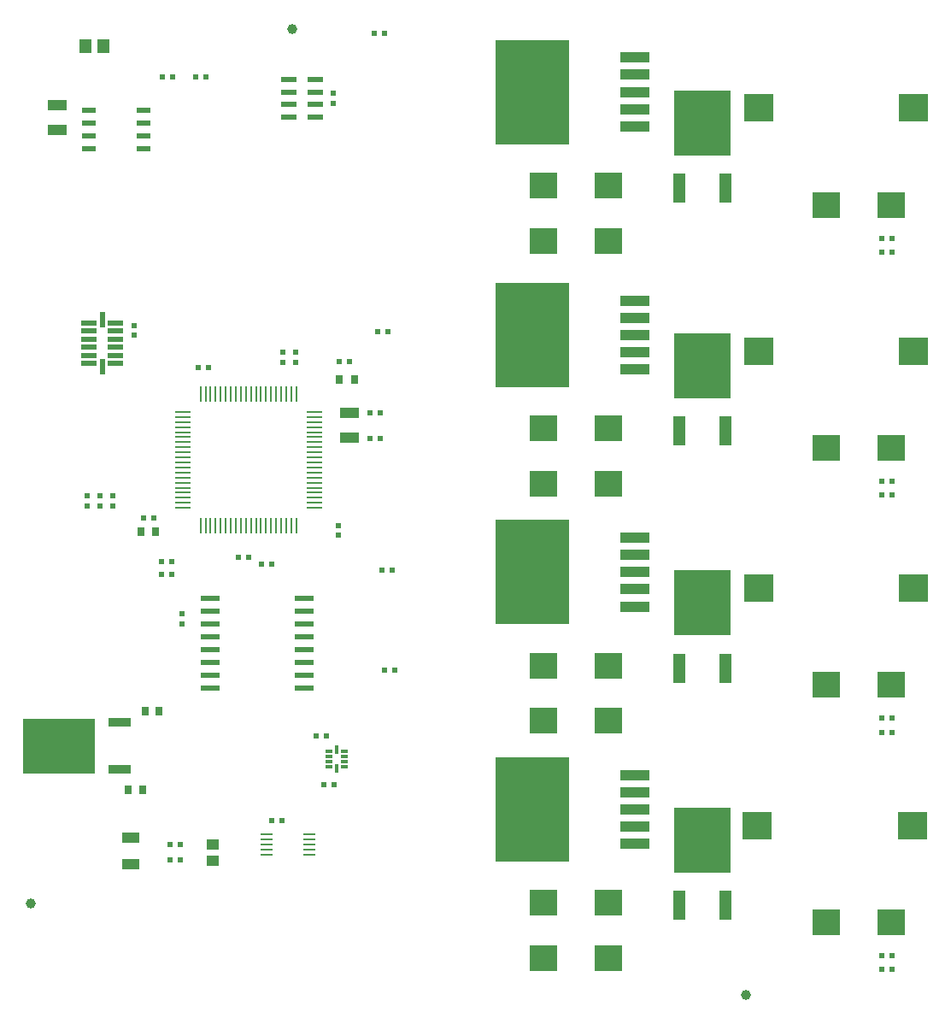
<source format=gtp>
G04*
G04 #@! TF.GenerationSoftware,Altium Limited,Altium Designer,21.1.1 (26)*
G04*
G04 Layer_Color=8421504*
%FSLAX25Y25*%
%MOIN*%
G70*
G04*
G04 #@! TF.SameCoordinates,3A0346AD-BFCD-4A31-9135-123305C2CB66*
G04*
G04*
G04 #@! TF.FilePolarity,Positive*
G04*
G01*
G75*
%ADD18R,0.06083X0.02165*%
%ADD19R,0.02165X0.06083*%
%ADD20R,0.01968X0.02362*%
%ADD21R,0.02362X0.01968*%
%ADD22R,0.01378X0.03268*%
%ADD23R,0.02874X0.01181*%
%ADD24R,0.10906X0.10039*%
%ADD25R,0.11221X0.04134*%
%ADD26R,0.28740X0.40748*%
%ADD27R,0.11500X0.11000*%
%ADD28R,0.21850X0.25197*%
%ADD29R,0.04921X0.11811*%
%ADD30R,0.07480X0.04331*%
%ADD31R,0.08661X0.03740*%
%ADD32R,0.28347X0.21260*%
%ADD33R,0.07284X0.02362*%
%ADD34R,0.05709X0.02362*%
%ADD35R,0.05906X0.02362*%
%ADD36R,0.04528X0.00984*%
%ADD37O,0.00984X0.06102*%
%ADD38O,0.06102X0.00984*%
%ADD39R,0.04724X0.05512*%
%ADD40R,0.02756X0.03543*%
%ADD41R,0.07087X0.04331*%
%ADD42C,0.03937*%
%ADD43R,0.03150X0.03543*%
%ADD44R,0.05118X0.03937*%
D18*
X48618Y253528D02*
D03*
Y256716D02*
D03*
Y259906D02*
D03*
Y263094D02*
D03*
Y266283D02*
D03*
Y269472D02*
D03*
X38382Y253528D02*
D03*
Y256716D02*
D03*
Y259906D02*
D03*
Y263094D02*
D03*
Y266283D02*
D03*
Y269472D02*
D03*
D19*
X43500Y252445D02*
D03*
Y270555D02*
D03*
D20*
X133500Y358968D02*
D03*
Y355031D02*
D03*
X135500Y186531D02*
D03*
Y190469D02*
D03*
X119000Y254031D02*
D03*
Y257968D02*
D03*
X47500Y201969D02*
D03*
Y198031D02*
D03*
X42500Y198000D02*
D03*
Y201937D02*
D03*
X114000Y257968D02*
D03*
Y254031D02*
D03*
X74500Y152032D02*
D03*
Y155968D02*
D03*
X37500Y201969D02*
D03*
Y198031D02*
D03*
X56000Y264531D02*
D03*
Y268468D02*
D03*
D21*
X152532Y173000D02*
D03*
X156468D02*
D03*
X130032Y89500D02*
D03*
X133968D02*
D03*
X157437Y134000D02*
D03*
X153500D02*
D03*
X351468Y22736D02*
D03*
X347532D02*
D03*
X351468Y17236D02*
D03*
X347532D02*
D03*
X351468Y115236D02*
D03*
X347532D02*
D03*
X351468Y109736D02*
D03*
X347532D02*
D03*
X351468Y207736D02*
D03*
X347532D02*
D03*
X351468Y202236D02*
D03*
X347532D02*
D03*
X351468Y302500D02*
D03*
X347532D02*
D03*
X130968Y108500D02*
D03*
X127032D02*
D03*
X70969Y365500D02*
D03*
X67032D02*
D03*
X80032Y365500D02*
D03*
X83969D02*
D03*
X351468Y297000D02*
D03*
X347532D02*
D03*
X66531Y176500D02*
D03*
X70468D02*
D03*
X66531Y171500D02*
D03*
X70468D02*
D03*
X154969Y266079D02*
D03*
X151031D02*
D03*
X153469Y382500D02*
D03*
X149531D02*
D03*
X70031Y66000D02*
D03*
X73968D02*
D03*
X70031Y60000D02*
D03*
X73968D02*
D03*
X100469Y178000D02*
D03*
X96531D02*
D03*
X105532Y175500D02*
D03*
X109468D02*
D03*
X84937Y252000D02*
D03*
X81000D02*
D03*
X139969Y254500D02*
D03*
X136031D02*
D03*
X151969Y224500D02*
D03*
X148031D02*
D03*
X151969Y234500D02*
D03*
X148031D02*
D03*
X59531Y193500D02*
D03*
X63468D02*
D03*
X109500Y75500D02*
D03*
X113437D02*
D03*
D22*
X135000Y103087D02*
D03*
Y95606D02*
D03*
D23*
X132087Y102299D02*
D03*
Y100331D02*
D03*
Y98362D02*
D03*
Y96394D02*
D03*
X137913Y102299D02*
D03*
Y100331D02*
D03*
Y98362D02*
D03*
Y96394D02*
D03*
D24*
X215500Y21736D02*
D03*
X240854D02*
D03*
X326000Y35736D02*
D03*
X351354D02*
D03*
X215500Y43236D02*
D03*
X240854D02*
D03*
X215500Y114236D02*
D03*
X240854D02*
D03*
X326000Y128236D02*
D03*
X351354D02*
D03*
X215500Y135736D02*
D03*
X240854D02*
D03*
X215500Y206736D02*
D03*
X240854D02*
D03*
X326000Y220736D02*
D03*
X351354D02*
D03*
X215500Y228236D02*
D03*
X240854D02*
D03*
X326000Y315500D02*
D03*
X351354D02*
D03*
X215500Y301500D02*
D03*
X240854D02*
D03*
X215500Y323000D02*
D03*
X240854D02*
D03*
D25*
X251410Y66350D02*
D03*
Y73043D02*
D03*
Y79736D02*
D03*
Y86429D02*
D03*
Y93122D02*
D03*
Y158850D02*
D03*
Y165543D02*
D03*
Y172236D02*
D03*
Y178929D02*
D03*
Y185622D02*
D03*
Y251350D02*
D03*
Y258043D02*
D03*
Y264736D02*
D03*
Y271429D02*
D03*
Y278122D02*
D03*
Y346114D02*
D03*
Y352807D02*
D03*
Y359500D02*
D03*
Y366193D02*
D03*
Y372886D02*
D03*
D26*
X211252Y79736D02*
D03*
Y172236D02*
D03*
Y264736D02*
D03*
Y359500D02*
D03*
D27*
X359500Y73500D02*
D03*
X299000D02*
D03*
X360000Y166000D02*
D03*
X299500D02*
D03*
X360000Y258500D02*
D03*
X299500D02*
D03*
X360000Y353500D02*
D03*
X299500D02*
D03*
D28*
X277500Y67736D02*
D03*
Y160236D02*
D03*
Y252736D02*
D03*
Y347500D02*
D03*
D29*
X286516Y42342D02*
D03*
X268484D02*
D03*
X286516Y134843D02*
D03*
X268484D02*
D03*
X286516Y227343D02*
D03*
X268484D02*
D03*
Y322106D02*
D03*
X286516D02*
D03*
D30*
X140000Y224579D02*
D03*
Y234421D02*
D03*
X26000Y354421D02*
D03*
Y344579D02*
D03*
D31*
X50232Y95445D02*
D03*
Y113555D02*
D03*
D32*
X26610Y104500D02*
D03*
D33*
X85594Y162000D02*
D03*
Y157000D02*
D03*
Y152000D02*
D03*
Y147000D02*
D03*
Y142000D02*
D03*
Y137000D02*
D03*
Y132000D02*
D03*
Y127000D02*
D03*
X122406Y162000D02*
D03*
Y157000D02*
D03*
Y152000D02*
D03*
Y147000D02*
D03*
Y142000D02*
D03*
Y137000D02*
D03*
Y132000D02*
D03*
Y127000D02*
D03*
D34*
X59728Y337500D02*
D03*
Y342500D02*
D03*
Y347500D02*
D03*
Y352500D02*
D03*
X38272Y337500D02*
D03*
Y342500D02*
D03*
Y347500D02*
D03*
Y352500D02*
D03*
D35*
X116213Y349658D02*
D03*
Y354579D02*
D03*
Y359500D02*
D03*
Y364421D02*
D03*
X126449D02*
D03*
Y359500D02*
D03*
Y354579D02*
D03*
Y349658D02*
D03*
D36*
X107634Y69937D02*
D03*
Y67968D02*
D03*
Y66000D02*
D03*
Y64031D02*
D03*
Y62063D02*
D03*
X124366Y69937D02*
D03*
Y67968D02*
D03*
Y66000D02*
D03*
Y64031D02*
D03*
Y62063D02*
D03*
D37*
X119201Y241689D02*
D03*
X117232D02*
D03*
X115264D02*
D03*
X113295D02*
D03*
X111327D02*
D03*
X109358D02*
D03*
X107390D02*
D03*
X105421D02*
D03*
X103453D02*
D03*
X101484D02*
D03*
X99516D02*
D03*
X97547D02*
D03*
X95579D02*
D03*
X93610D02*
D03*
X91642D02*
D03*
X89673D02*
D03*
X87705D02*
D03*
X85736D02*
D03*
X83768D02*
D03*
X81799D02*
D03*
Y190311D02*
D03*
X83768D02*
D03*
X85736D02*
D03*
X87705D02*
D03*
X89673D02*
D03*
X91642D02*
D03*
X93610D02*
D03*
X95579D02*
D03*
X97547D02*
D03*
X99516D02*
D03*
X101484D02*
D03*
X103453D02*
D03*
X105421D02*
D03*
X107390D02*
D03*
X109358D02*
D03*
X111327D02*
D03*
X113295D02*
D03*
X115264D02*
D03*
X117232D02*
D03*
X119201D02*
D03*
D38*
X74811Y234701D02*
D03*
Y232732D02*
D03*
Y230764D02*
D03*
Y228795D02*
D03*
Y226827D02*
D03*
Y224858D02*
D03*
Y222890D02*
D03*
Y220921D02*
D03*
Y218953D02*
D03*
Y216984D02*
D03*
Y215016D02*
D03*
Y213047D02*
D03*
Y211079D02*
D03*
Y209110D02*
D03*
Y207142D02*
D03*
Y205173D02*
D03*
Y203205D02*
D03*
Y201236D02*
D03*
Y199268D02*
D03*
Y197299D02*
D03*
X126189D02*
D03*
Y199268D02*
D03*
Y201236D02*
D03*
Y203205D02*
D03*
Y205173D02*
D03*
Y207142D02*
D03*
Y209110D02*
D03*
Y211079D02*
D03*
Y213047D02*
D03*
Y215016D02*
D03*
Y216984D02*
D03*
Y218953D02*
D03*
Y220921D02*
D03*
Y222890D02*
D03*
Y224858D02*
D03*
Y226827D02*
D03*
Y228795D02*
D03*
Y230764D02*
D03*
Y232732D02*
D03*
Y234701D02*
D03*
D39*
X44043Y377500D02*
D03*
X36957D02*
D03*
D40*
X141953Y247500D02*
D03*
X136047D02*
D03*
D41*
X54500Y58185D02*
D03*
Y68815D02*
D03*
D42*
X117500Y384000D02*
D03*
X294500Y7500D02*
D03*
X15500Y43000D02*
D03*
D43*
X64256Y188000D02*
D03*
X58744D02*
D03*
X60244Y118000D02*
D03*
X65756D02*
D03*
X59256Y87500D02*
D03*
X53744D02*
D03*
D44*
X86500Y66150D02*
D03*
Y59850D02*
D03*
M02*

</source>
